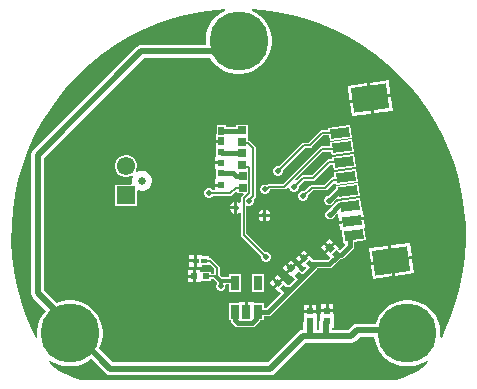
<source format=gtl>
G04*
G04 #@! TF.GenerationSoftware,Altium Limited,Altium Designer,24.1.2 (44)*
G04*
G04 Layer_Physical_Order=1*
G04 Layer_Color=255*
%FSLAX44Y44*%
%MOMM*%
G71*
G04*
G04 #@! TF.SameCoordinates,9C14B213-01B7-469D-91E1-2C6BB7E4D26A*
G04*
G04*
G04 #@! TF.FilePolarity,Positive*
G04*
G01*
G75*
%ADD14R,0.5200X0.5200*%
%ADD15R,0.5500X0.6000*%
G04:AMPARAMS|DCode=16|XSize=0.6mm|YSize=0.55mm|CornerRadius=0mm|HoleSize=0mm|Usage=FLASHONLY|Rotation=135.000|XOffset=0mm|YOffset=0mm|HoleType=Round|Shape=Rectangle|*
%AMROTATEDRECTD16*
4,1,4,0.4066,-0.0177,0.0177,-0.4066,-0.4066,0.0177,-0.0177,0.4066,0.4066,-0.0177,0.0*
%
%ADD16ROTATEDRECTD16*%

G04:AMPARAMS|DCode=17|XSize=3mm|YSize=2.1mm|CornerRadius=0mm|HoleSize=0mm|Usage=FLASHONLY|Rotation=187.500|XOffset=0mm|YOffset=0mm|HoleType=Round|Shape=Rectangle|*
%AMROTATEDRECTD17*
4,1,4,1.3501,1.2368,1.6242,-0.8452,-1.3501,-1.2368,-1.6242,0.8452,1.3501,1.2368,0.0*
%
%ADD17ROTATEDRECTD17*%

G04:AMPARAMS|DCode=18|XSize=1.6mm|YSize=0.8mm|CornerRadius=0mm|HoleSize=0mm|Usage=FLASHONLY|Rotation=187.500|XOffset=0mm|YOffset=0mm|HoleType=Round|Shape=Rectangle|*
%AMROTATEDRECTD18*
4,1,4,0.7410,0.5010,0.8454,-0.2922,-0.7410,-0.5010,-0.8454,0.2922,0.7410,0.5010,0.0*
%
%ADD18ROTATEDRECTD18*%

%ADD19R,0.6000X0.5000*%
%ADD20R,0.6725X0.6682*%
%ADD21R,0.5000X0.5000*%
%ADD22R,0.5000X0.7000*%
G04:AMPARAMS|DCode=23|XSize=0.5541mm|YSize=0.4627mm|CornerRadius=0mm|HoleSize=0mm|Usage=FLASHONLY|Rotation=135.000|XOffset=0mm|YOffset=0mm|HoleType=Round|Shape=Rectangle|*
%AMROTATEDRECTD23*
4,1,4,0.3595,-0.0323,0.0323,-0.3595,-0.3595,0.0323,-0.0323,0.3595,0.3595,-0.0323,0.0*
%
%ADD23ROTATEDRECTD23*%

%ADD24R,0.5000X0.5000*%
%ADD25R,0.5541X0.4627*%
%ADD26P,0.7071X4X180.0*%
%ADD27R,0.7000X1.1500*%
%ADD38C,0.5080*%
%ADD39C,0.1524*%
%ADD40C,0.3810*%
%ADD41C,0.3000*%
%ADD42C,5.0000*%
%ADD43R,1.5500X1.5500*%
%ADD44C,1.5500*%
%ADD45C,0.6500*%
%ADD46C,0.5080*%
G36*
X19518Y191439D02*
X32432Y189678D01*
X45196Y187048D01*
X57753Y183560D01*
X70045Y179230D01*
X82016Y174078D01*
X93610Y168127D01*
X104775Y161406D01*
X115460Y153944D01*
X125615Y145775D01*
X135194Y136939D01*
X144153Y127474D01*
X152451Y117424D01*
X160049Y106836D01*
X166913Y95758D01*
X173012Y84241D01*
X178317Y72337D01*
X182805Y60101D01*
X186453Y47590D01*
X189247Y34861D01*
X191173Y21971D01*
X192221Y8981D01*
X192388Y-4050D01*
X191673Y-17063D01*
X190079Y-29997D01*
X187612Y-42794D01*
X184285Y-55395D01*
X180113Y-67741D01*
X175115Y-79777D01*
X171947Y-86151D01*
X170723Y-85759D01*
X170890Y-84704D01*
Y-80296D01*
X170201Y-75943D01*
X168839Y-71752D01*
X166838Y-67825D01*
X164247Y-64259D01*
X161131Y-61143D01*
X157565Y-58552D01*
X153638Y-56551D01*
X149447Y-55189D01*
X145094Y-54500D01*
X140686D01*
X136333Y-55189D01*
X132142Y-56551D01*
X128215Y-58552D01*
X124649Y-61143D01*
X121533Y-64259D01*
X118942Y-67825D01*
X116941Y-71752D01*
X116097Y-74352D01*
X100346D01*
X100346Y-74352D01*
X98184Y-74781D01*
X96351Y-76006D01*
X96351Y-76006D01*
X93006Y-79352D01*
X79378D01*
Y-77750D01*
X80750D01*
Y-65750D01*
X80290D01*
Y-64520D01*
X69710D01*
Y-65750D01*
X69250D01*
Y-69793D01*
X68511Y-70898D01*
X68081Y-73060D01*
X68081Y-73060D01*
Y-79352D01*
X66040D01*
Y-77295D01*
X66216D01*
Y-66095D01*
X65756D01*
Y-64965D01*
X60616D01*
X55476D01*
Y-66095D01*
X55016D01*
Y-71967D01*
X54743Y-73338D01*
Y-79352D01*
X54496D01*
X52335Y-79781D01*
X50502Y-81006D01*
X50502Y-81006D01*
X24657Y-106852D01*
X-106224D01*
X-117916Y-95160D01*
X-116941Y-93248D01*
X-115580Y-89057D01*
X-114890Y-84704D01*
Y-80296D01*
X-115580Y-75943D01*
X-116941Y-71752D01*
X-118942Y-67825D01*
X-121533Y-64259D01*
X-124649Y-61143D01*
X-128215Y-58552D01*
X-132142Y-56551D01*
X-136333Y-55189D01*
X-140686Y-54500D01*
X-145094D01*
X-149447Y-55189D01*
X-153638Y-56551D01*
X-153894Y-56682D01*
X-164352Y-46224D01*
Y66166D01*
X-79956Y150562D01*
X-24068D01*
X-23948Y150325D01*
X-21357Y146759D01*
X-18241Y143643D01*
X-14675Y141052D01*
X-10748Y139051D01*
X-6557Y137690D01*
X-2204Y137000D01*
X2204D01*
X6557Y137690D01*
X10748Y139051D01*
X14675Y141052D01*
X18241Y143643D01*
X21357Y146759D01*
X23948Y150325D01*
X25949Y154252D01*
X27311Y158443D01*
X28000Y162796D01*
Y167204D01*
X27311Y171557D01*
X25949Y175748D01*
X23948Y179675D01*
X21357Y183241D01*
X18241Y186357D01*
X14675Y188948D01*
X11174Y190732D01*
X11519Y191981D01*
X19518Y191439D01*
D02*
G37*
G36*
X-11174Y190732D02*
X-14675Y188948D01*
X-18241Y186357D01*
X-21357Y183241D01*
X-23948Y179675D01*
X-25949Y175748D01*
X-27311Y171557D01*
X-28000Y167204D01*
Y162796D01*
X-28801Y161859D01*
X-82296D01*
X-84458Y161429D01*
X-86290Y160204D01*
X-86290Y160204D01*
X-173994Y72500D01*
X-175219Y70668D01*
X-175648Y68506D01*
X-175648Y68506D01*
Y-48564D01*
X-175648Y-48564D01*
X-175219Y-50726D01*
X-173994Y-52558D01*
X-163270Y-63282D01*
X-164247Y-64259D01*
X-166838Y-67825D01*
X-168839Y-71752D01*
X-170201Y-75943D01*
X-170890Y-80296D01*
Y-84704D01*
X-170723Y-85760D01*
X-171947Y-86151D01*
X-175115Y-79777D01*
X-180113Y-67741D01*
X-184285Y-55395D01*
X-187612Y-42794D01*
X-190079Y-29997D01*
X-191673Y-17063D01*
X-192388Y-4050D01*
X-192221Y8981D01*
X-191173Y21971D01*
X-189247Y34861D01*
X-186453Y47590D01*
X-182805Y60101D01*
X-178317Y72337D01*
X-173012Y84241D01*
X-166914Y95758D01*
X-160049Y106836D01*
X-152451Y117424D01*
X-144153Y127474D01*
X-135194Y136939D01*
X-125616Y145775D01*
X-115461Y153943D01*
X-104776Y161406D01*
X-93610Y168127D01*
X-82016Y174078D01*
X-70045Y179230D01*
X-57753Y183560D01*
X-45196Y187048D01*
X-32432Y189678D01*
X-19518Y191439D01*
X-11519Y191981D01*
X-11174Y190732D01*
D02*
G37*
G36*
X115580Y-89057D02*
X116941Y-93248D01*
X118942Y-97175D01*
X121533Y-100741D01*
X124649Y-103857D01*
X128215Y-106448D01*
X132142Y-108449D01*
X136333Y-109810D01*
X140686Y-110500D01*
X145094D01*
X149447Y-109810D01*
X153638Y-108449D01*
X157565Y-106448D01*
X159712Y-104888D01*
X160638Y-105785D01*
X159305Y-107746D01*
X158177Y-108943D01*
X155100Y-111678D01*
X151794Y-114130D01*
X148285Y-116282D01*
X144599Y-118116D01*
X140766Y-119617D01*
X136817Y-120774D01*
X132779Y-121579D01*
X131013Y-121771D01*
X101043Y-121771D01*
X-131013Y-121771D01*
X-132780Y-121579D01*
X-136816Y-120774D01*
X-140767Y-119617D01*
X-144600Y-118115D01*
X-148285Y-116282D01*
X-151794Y-114130D01*
X-155100Y-111678D01*
X-158177Y-108943D01*
X-159305Y-107746D01*
X-160638Y-105785D01*
X-159712Y-104888D01*
X-157565Y-106448D01*
X-153638Y-108449D01*
X-149447Y-109810D01*
X-145094Y-110500D01*
X-140686D01*
X-136333Y-109810D01*
X-132142Y-108449D01*
X-128215Y-106448D01*
X-124965Y-104087D01*
X-112558Y-116494D01*
X-112558Y-116494D01*
X-110726Y-117719D01*
X-108564Y-118149D01*
X-108564Y-118148D01*
X26996D01*
X26996Y-118149D01*
X29158Y-117719D01*
X30990Y-116494D01*
X56836Y-90648D01*
X95346D01*
X95346Y-90649D01*
X97507Y-90219D01*
X99340Y-88994D01*
X102685Y-85648D01*
X115040D01*
X115580Y-89057D01*
D02*
G37*
%LPC*%
G36*
X126996Y131635D02*
X110865Y129511D01*
X112401Y117842D01*
X128532Y119965D01*
X126996Y131635D01*
D02*
G37*
G36*
X108347Y129179D02*
X92216Y127056D01*
X93752Y115386D01*
X109883Y117510D01*
X108347Y129179D01*
D02*
G37*
G36*
X128864Y117447D02*
X112733Y115323D01*
X114269Y103654D01*
X130400Y105778D01*
X128864Y117447D01*
D02*
G37*
G36*
X110214Y114992D02*
X94084Y112868D01*
X95620Y101199D01*
X111751Y103322D01*
X110214Y114992D01*
D02*
G37*
G36*
X7934Y94214D02*
X-1838D01*
Y92578D01*
X-10454D01*
Y94106D01*
X-18502D01*
Y86122D01*
X-19518D01*
Y81352D01*
X-14478D01*
Y78812D01*
X-19518D01*
Y74042D01*
X-19002D01*
Y66872D01*
X-20018D01*
Y63102D01*
X-14478D01*
Y60562D01*
X-20018D01*
Y56792D01*
X-19010D01*
Y48982D01*
X-19816Y48046D01*
X-20026D01*
Y44276D01*
X-14986D01*
Y41736D01*
X-20026D01*
Y38653D01*
X-21729D01*
X-22844Y39767D01*
X-24338Y40386D01*
X-25954D01*
X-27448Y39767D01*
X-28591Y38624D01*
X-29210Y37130D01*
Y35514D01*
X-28591Y34020D01*
X-27448Y32877D01*
X-25954Y32258D01*
X-24338D01*
X-22844Y32877D01*
X-21729Y33991D01*
X-6977D01*
X-6085Y34169D01*
X-5329Y34674D01*
X-2600Y37402D01*
X-1330Y36876D01*
Y36088D01*
X3733D01*
X4219Y34914D01*
X2670Y33365D01*
X2165Y32609D01*
X1987Y31717D01*
Y28543D01*
X717Y28017D01*
X552Y28183D01*
X-1056Y28849D01*
Y23876D01*
Y18903D01*
X552Y19569D01*
X717Y19735D01*
X1987Y19209D01*
Y1016D01*
X2165Y124D01*
X2670Y-632D01*
X19304Y-17266D01*
Y-18842D01*
X19923Y-20336D01*
X21066Y-21479D01*
X22560Y-22098D01*
X24176D01*
X25670Y-21479D01*
X26813Y-20336D01*
X27432Y-18842D01*
Y-17226D01*
X26813Y-15732D01*
X25670Y-14589D01*
X24176Y-13970D01*
X22600D01*
X6649Y1981D01*
Y24978D01*
X7919Y25827D01*
X8336Y25654D01*
X9952D01*
X11446Y26273D01*
X12589Y27416D01*
X13208Y28910D01*
Y30526D01*
X12938Y31178D01*
X13901Y32141D01*
X14406Y32897D01*
X14583Y33789D01*
Y74074D01*
X14406Y74965D01*
X13901Y75722D01*
X9452Y80170D01*
X8696Y80676D01*
X7934Y80827D01*
Y84171D01*
X7934D01*
Y84485D01*
X7934D01*
Y94214D01*
D02*
G37*
G36*
X94606Y94069D02*
X75721Y91583D01*
X75846Y90635D01*
X75008Y89680D01*
X70840D01*
X69948Y89503D01*
X69191Y88998D01*
X59233Y79039D01*
X55372D01*
X54480Y78861D01*
X53724Y78356D01*
X34266Y58898D01*
X32690D01*
X31196Y58280D01*
X30053Y57136D01*
X29434Y55643D01*
Y54026D01*
X30053Y52532D01*
X31196Y51389D01*
X32690Y50770D01*
X34307D01*
X35800Y51389D01*
X36944Y52532D01*
X37562Y54026D01*
Y55602D01*
X56337Y74377D01*
X60198D01*
X61090Y74555D01*
X61846Y75060D01*
X71805Y85019D01*
X76585D01*
X77163Y80630D01*
X96048Y83116D01*
X94606Y94069D01*
D02*
G37*
G36*
X96237Y81676D02*
X77352Y79190D01*
X77648Y76946D01*
X76811Y75991D01*
X70360D01*
X69468Y75813D01*
X68712Y75308D01*
X37390Y43987D01*
X25600D01*
X24708Y43809D01*
X23952Y43304D01*
X23812Y43164D01*
X23160Y43434D01*
X21544D01*
X20050Y42815D01*
X18907Y41672D01*
X18288Y40178D01*
Y38562D01*
X18907Y37068D01*
X20050Y35925D01*
X21544Y35306D01*
X23160D01*
X24654Y35925D01*
X25797Y37068D01*
X26416Y38562D01*
Y39176D01*
X26566Y39325D01*
X38356D01*
X39248Y39503D01*
X40004Y40008D01*
X41499Y41503D01*
X42769Y40977D01*
Y40691D01*
X43388Y39197D01*
X44531Y38054D01*
X46025Y37435D01*
X47642D01*
X49135Y38054D01*
X50279Y39197D01*
X50897Y40691D01*
Y42267D01*
X55321Y46691D01*
X63400D01*
X64291Y46869D01*
X65048Y47374D01*
X77906Y60233D01*
X79848D01*
X80426Y55844D01*
X99311Y58330D01*
X97869Y69283D01*
X78984Y66797D01*
X79109Y65849D01*
X78271Y64894D01*
X76941D01*
X76049Y64717D01*
X75293Y64212D01*
X62434Y51353D01*
X54356D01*
X53464Y51175D01*
X52708Y50670D01*
X48399Y46362D01*
X48194Y46402D01*
X47776Y47780D01*
X71325Y71329D01*
X78387D01*
X78795Y68237D01*
X97680Y70723D01*
X96237Y81676D01*
D02*
G37*
G36*
X99501Y56890D02*
X80616Y54404D01*
X81092Y50784D01*
X80255Y49829D01*
X79553D01*
X78661Y49651D01*
X77905Y49146D01*
X71984Y43225D01*
X61976D01*
X61084Y43047D01*
X60328Y42542D01*
X55475Y37689D01*
X53899D01*
X52405Y37071D01*
X51262Y35927D01*
X50643Y34434D01*
Y32817D01*
X51262Y31323D01*
X52405Y30180D01*
X53899Y29561D01*
X55516D01*
X57009Y30180D01*
X58153Y31323D01*
X58771Y32817D01*
Y34393D01*
X62941Y38563D01*
X72949D01*
X73841Y38741D01*
X74597Y39246D01*
X80519Y45167D01*
X81832D01*
X82058Y43450D01*
X100943Y45937D01*
X99501Y56890D01*
D02*
G37*
G36*
X-93967Y68510D02*
X-96409D01*
X-98768Y67878D01*
X-100882Y66657D01*
X-102609Y64930D01*
X-103830Y62816D01*
X-104462Y60457D01*
Y58015D01*
X-103830Y55656D01*
X-102609Y53542D01*
X-100882Y51815D01*
X-98768Y50594D01*
X-96409Y49962D01*
X-93967D01*
X-91608Y50594D01*
X-90514Y51226D01*
X-89585Y50296D01*
X-89739Y50029D01*
X-90320Y47859D01*
Y45613D01*
X-90027Y44518D01*
X-90800Y43510D01*
X-104462D01*
Y24962D01*
X-85914D01*
Y37945D01*
X-84644Y38668D01*
X-82911Y38204D01*
X-80665D01*
X-78495Y38785D01*
X-76549Y39909D01*
X-74961Y41497D01*
X-73837Y43443D01*
X-73256Y45613D01*
Y47859D01*
X-73837Y50029D01*
X-74961Y51975D01*
X-76549Y53563D01*
X-78495Y54687D01*
X-80665Y55268D01*
X-82911D01*
X-85081Y54687D01*
X-85919Y54203D01*
X-86848Y55133D01*
X-86546Y55656D01*
X-85914Y58015D01*
Y60457D01*
X-86546Y62816D01*
X-87767Y64930D01*
X-89494Y66657D01*
X-91608Y67878D01*
X-93967Y68510D01*
D02*
G37*
G36*
X101132Y44497D02*
X82247Y42011D01*
X82410Y40774D01*
X82386Y40757D01*
X75596Y33968D01*
X74225Y33400D01*
X73082Y32257D01*
X72463Y30763D01*
Y29147D01*
X73082Y27653D01*
X74225Y26510D01*
X75719Y25891D01*
X77336D01*
X78830Y26510D01*
X79973Y27653D01*
X80541Y29024D01*
X82857Y31340D01*
X83689Y31057D01*
Y31057D01*
X102574Y33544D01*
X101132Y44497D01*
D02*
G37*
G36*
X-3596Y28849D02*
X-5204Y28183D01*
X-6633Y26754D01*
X-7298Y25146D01*
X-3596D01*
Y28849D01*
D02*
G37*
G36*
Y22606D02*
X-7298D01*
X-6633Y20998D01*
X-5204Y19569D01*
X-3596Y18903D01*
Y22606D01*
D02*
G37*
G36*
X23198Y22256D02*
Y18553D01*
X26900D01*
X26234Y20161D01*
X24805Y21590D01*
X23198Y22256D01*
D02*
G37*
G36*
X20658D02*
X19050Y21590D01*
X17621Y20161D01*
X16955Y18553D01*
X20658D01*
Y22256D01*
D02*
G37*
G36*
X102764Y32104D02*
X83879Y29618D01*
X83944Y29123D01*
X83938Y29122D01*
X82803Y28364D01*
X76409Y21970D01*
X75039Y21402D01*
X73895Y20259D01*
X73277Y18766D01*
Y17149D01*
X73895Y15655D01*
X75039Y14512D01*
X76532Y13893D01*
X78149D01*
X79643Y14512D01*
X80786Y15655D01*
X81354Y17026D01*
X83588Y19261D01*
X83743Y19139D01*
X84370Y18099D01*
X85058Y12875D01*
X95508Y14250D01*
X105958Y15626D01*
X105448Y19504D01*
X105270Y20851D01*
X104183Y21326D01*
X104097Y21978D01*
X102764Y32104D01*
D02*
G37*
G36*
X26900Y16013D02*
X23198D01*
Y12311D01*
X24805Y12977D01*
X26234Y14406D01*
X26900Y16013D01*
D02*
G37*
G36*
X20658D02*
X16955D01*
X17621Y14406D01*
X19050Y12977D01*
X20658Y12311D01*
Y16013D01*
D02*
G37*
G36*
X76828Y-2291D02*
X73986Y-5133D01*
X77005Y-8153D01*
X79847Y-5310D01*
X76828Y-2291D01*
D02*
G37*
G36*
X106290Y13108D02*
X95840Y11732D01*
X85390Y10356D01*
X85900Y6479D01*
X86078Y5131D01*
X87165Y4656D01*
X87251Y4005D01*
X88584Y-6122D01*
X88722Y-6104D01*
X89965Y-7164D01*
X89985Y-7837D01*
X85461Y-12361D01*
X83944Y-10844D01*
X84663Y-10126D01*
X81643Y-7106D01*
X77903Y-10847D01*
X74162Y-14587D01*
X77182Y-17607D01*
X77155Y-18866D01*
X75421Y-20599D01*
X63198D01*
X62594Y-19408D01*
Y-19408D01*
X59737Y-16551D01*
X56305Y-19983D01*
X52873Y-23415D01*
X55730Y-26272D01*
X56448Y-25553D01*
X57764Y-26869D01*
X53860Y-30773D01*
X53482D01*
X51524Y-28815D01*
X51288Y-28579D01*
X51196Y-27347D01*
X51344Y-27199D01*
X48678Y-24533D01*
X45115Y-28096D01*
X41551Y-31660D01*
X44216Y-34326D01*
X44365Y-34178D01*
X45597Y-34270D01*
X45833Y-34506D01*
X47980Y-36653D01*
X43206Y-41427D01*
X40847D01*
X40242Y-40236D01*
Y-40236D01*
X37385Y-37379D01*
X33953Y-40811D01*
X30521Y-44243D01*
X33378Y-47100D01*
X34096Y-46381D01*
X36174Y-48459D01*
X23809Y-60824D01*
X21128D01*
Y-57046D01*
X12644D01*
Y-56030D01*
X7874D01*
Y-64320D01*
X5334D01*
Y-56030D01*
X564D01*
Y-57046D01*
X-7920D01*
Y-71594D01*
X-6327D01*
X-6126Y-72605D01*
X-5368Y-73739D01*
X-3136Y-75971D01*
X-2002Y-76729D01*
X-664Y-76995D01*
X11524D01*
X12862Y-76729D01*
X13996Y-75971D01*
X16981Y-72986D01*
X17739Y-71852D01*
X17790Y-71594D01*
X21128D01*
Y-67816D01*
X25258D01*
X26596Y-67550D01*
X27730Y-66792D01*
X47126Y-47396D01*
X57780Y-36742D01*
X57780Y-36742D01*
X66533Y-27989D01*
X66799Y-27592D01*
X76870D01*
X78208Y-27325D01*
X79342Y-26567D01*
X86277Y-19632D01*
X86630D01*
X87968Y-19366D01*
X89102Y-18608D01*
X96595Y-11115D01*
X97353Y-9981D01*
X97619Y-8643D01*
Y-4932D01*
X107469Y-3636D01*
X106136Y6491D01*
X106977Y7883D01*
X106977Y7883D01*
X106290Y13108D01*
D02*
G37*
G36*
X72189Y-6929D02*
X69347Y-9772D01*
X72366Y-12791D01*
X75209Y-9949D01*
X72189Y-6929D01*
D02*
G37*
G36*
X55084Y-11897D02*
X52550Y-14432D01*
X55407Y-17289D01*
X57941Y-14755D01*
X55084Y-11897D01*
D02*
G37*
G36*
X145074Y-5681D02*
X128943Y-7804D01*
X130479Y-19474D01*
X146610Y-17350D01*
X145074Y-5681D01*
D02*
G37*
G36*
X-37579Y-16228D02*
X-41620D01*
Y-19812D01*
X-37579D01*
Y-16228D01*
D02*
G37*
G36*
X50753Y-16228D02*
X48219Y-18762D01*
X51076Y-21619D01*
X53611Y-19085D01*
X50753Y-16228D01*
D02*
G37*
G36*
X126425Y-8136D02*
X110294Y-10259D01*
X111830Y-21929D01*
X127961Y-19805D01*
X126425Y-8136D01*
D02*
G37*
G36*
X44216Y-20071D02*
X41551Y-22737D01*
X44216Y-25402D01*
X46882Y-22737D01*
X44216Y-20071D01*
D02*
G37*
G36*
X-37579Y-22352D02*
X-41620D01*
Y-25936D01*
X-37579D01*
Y-22352D01*
D02*
G37*
G36*
X39755Y-24533D02*
X37089Y-27199D01*
X39755Y-29864D01*
X42421Y-27198D01*
X39755Y-24533D01*
D02*
G37*
G36*
X-30998Y-16228D02*
X-35039D01*
Y-21082D01*
Y-25936D01*
X-30998D01*
Y-24920D01*
X-24928D01*
Y-24920D01*
X-23658Y-24632D01*
X-20423Y-27868D01*
Y-31959D01*
X-23488D01*
Y-30266D01*
X-31202D01*
X-31536Y-30266D01*
X-32472Y-29460D01*
Y-29250D01*
X-36242D01*
Y-34290D01*
Y-39330D01*
X-32472D01*
Y-39120D01*
X-31536Y-38314D01*
X-31202Y-38314D01*
X-23488D01*
Y-36621D01*
X-20979D01*
X-20908Y-36727D01*
X-18322Y-39313D01*
Y-40009D01*
X-18684Y-40371D01*
X-19302Y-41865D01*
Y-43482D01*
X-18684Y-44975D01*
X-17540Y-46119D01*
X-16047Y-46737D01*
X-14430D01*
X-12936Y-46119D01*
X-11793Y-44975D01*
X-11174Y-43482D01*
Y-41865D01*
X-10676Y-41120D01*
X-7920D01*
Y-47094D01*
X2128D01*
Y-32546D01*
X-7920D01*
Y-34953D01*
X-13961D01*
X-15761Y-33153D01*
Y-26902D01*
X-15939Y-26010D01*
X-16444Y-25254D01*
X-22264Y-19434D01*
X-23020Y-18929D01*
X-23912Y-18751D01*
X-24928D01*
Y-17244D01*
X-30998D01*
Y-16228D01*
D02*
G37*
G36*
X-38782Y-29250D02*
X-42552D01*
Y-33020D01*
X-38782D01*
Y-29250D01*
D02*
G37*
G36*
X146942Y-19868D02*
X130811Y-21992D01*
X132347Y-33661D01*
X148478Y-31537D01*
X146942Y-19868D01*
D02*
G37*
G36*
X128293Y-22324D02*
X112162Y-24447D01*
X113698Y-36116D01*
X129829Y-33993D01*
X128293Y-22324D01*
D02*
G37*
G36*
X32732Y-32725D02*
X30198Y-35259D01*
X33055Y-38117D01*
X35589Y-35582D01*
X32732Y-32725D01*
D02*
G37*
G36*
X-38782Y-35560D02*
X-42552D01*
Y-39330D01*
X-38782D01*
Y-35560D01*
D02*
G37*
G36*
X28402Y-37056D02*
X25867Y-39590D01*
X28725Y-42447D01*
X31259Y-39913D01*
X28402Y-37056D01*
D02*
G37*
G36*
X21128Y-32546D02*
X11080D01*
Y-47094D01*
X21128D01*
Y-32546D01*
D02*
G37*
G36*
X80290Y-57710D02*
X76270D01*
Y-61980D01*
X80290D01*
Y-57710D01*
D02*
G37*
G36*
X73730D02*
X69710D01*
Y-61980D01*
X73730D01*
Y-57710D01*
D02*
G37*
G36*
X65756Y-58555D02*
X61886D01*
Y-62425D01*
X65756D01*
Y-58555D01*
D02*
G37*
G36*
X59346D02*
X55476D01*
Y-62425D01*
X59346D01*
Y-58555D01*
D02*
G37*
%LPD*%
D14*
X60616Y-71695D02*
D03*
Y-63696D02*
D03*
D15*
X75000Y-71750D02*
D03*
Y-63250D02*
D03*
D16*
X77005Y-9949D02*
D03*
X83015Y-15959D02*
D03*
D17*
X129386Y-20898D02*
D03*
X111308Y116417D02*
D03*
D18*
X97305Y598D02*
D03*
X95674Y12991D02*
D03*
X94042Y25384D02*
D03*
X92411Y37777D02*
D03*
X90779Y50170D02*
D03*
X89148Y62563D02*
D03*
X87516Y74956D02*
D03*
X85885Y87350D02*
D03*
D19*
X-14478Y61832D02*
D03*
Y70832D02*
D03*
D20*
X3048Y89349D02*
D03*
Y79307D02*
D03*
X3556Y50995D02*
D03*
Y40953D02*
D03*
X3302Y69791D02*
D03*
Y59749D02*
D03*
D21*
X-14986Y53006D02*
D03*
Y43006D02*
D03*
D22*
X-14478Y89082D02*
D03*
Y80082D02*
D03*
D23*
X33055Y-39913D02*
D03*
X38065Y-44923D02*
D03*
X55407Y-19085D02*
D03*
X60417Y-24095D02*
D03*
D24*
X-37512Y-34290D02*
D03*
X-27512D02*
D03*
D25*
X-36309Y-21082D02*
D03*
X-29223D02*
D03*
D26*
X44216Y-27199D02*
D03*
X51287Y-34269D02*
D03*
D27*
X-2896Y-64320D02*
D03*
X6604D02*
D03*
X16104D02*
D03*
Y-39820D02*
D03*
X-2896D02*
D03*
D38*
X73730Y-73060D02*
X75000Y-71790D01*
X73730Y-85000D02*
Y-73060D01*
X60392Y-85000D02*
X73730D01*
X60392D02*
Y-73338D01*
X73730Y-85000D02*
X95346D01*
X54496D02*
X60392D01*
X95346D02*
X100346Y-80000D01*
X26996Y-112500D02*
X54496Y-85000D01*
X100346Y-80000D02*
X147500D01*
X-170000Y68506D02*
X-82296Y156210D01*
X-170000Y-48564D02*
Y68506D01*
Y-48564D02*
X-138564Y-80000D01*
X-108564Y-112500D02*
X26996D01*
X-138564Y-82500D02*
X-108564Y-112500D01*
X147500Y-80000D02*
X155000Y-87500D01*
X-142890Y-82500D02*
X-141454D01*
X-82296Y156210D02*
X-3790D01*
X0Y160000D01*
D39*
X74946Y-71695D02*
X75000Y-71750D01*
X54496Y-85000D02*
Y-83240D01*
X60392Y-85000D02*
X60616Y-84776D01*
X38356Y41656D02*
X70360Y73660D01*
X25600Y41656D02*
X38356D01*
X22352Y39370D02*
X23314D01*
X25600Y41656D01*
X70840Y87350D02*
X85885D01*
X60198Y76708D02*
X70840Y87350D01*
X55372Y76708D02*
X60198D01*
X33498Y54834D02*
X55372Y76708D01*
X46833Y41499D02*
X54356Y49022D01*
X54707Y33625D02*
X61976Y40894D01*
X54356Y49022D02*
X63400D01*
X76941Y62563D01*
X89148D01*
X70360Y73660D02*
X86220D01*
X87516Y74956D01*
X61976Y40894D02*
X72949D01*
X79553Y47498D01*
X88107D01*
X90779Y50170D01*
X-18985Y-34290D02*
X-18092Y-33397D01*
Y-26902D01*
X-23912Y-21082D02*
X-18092Y-26902D01*
X-29223Y-21082D02*
X-23912D01*
X-27512Y-34290D02*
X-18985D01*
X3832Y78522D02*
X7804D01*
X12252Y74074D01*
X3048Y79307D02*
X3832Y78522D01*
X12252Y33789D02*
Y74074D01*
X3302Y59749D02*
X4306Y58744D01*
X9204Y36603D02*
Y57598D01*
X8058Y58744D02*
X9204Y57598D01*
X4306Y58744D02*
X8058D01*
X-18985Y-34290D02*
X-18728Y-34547D01*
X-6977Y36322D02*
X-2346Y40953D01*
X-25146Y36322D02*
X-6977D01*
X-2346Y40953D02*
X3556D01*
X4318Y1016D02*
X23368Y-18034D01*
X4318Y1016D02*
Y31717D01*
X9204Y36603D01*
X9144Y29718D02*
Y30680D01*
X12252Y33789D01*
D40*
X64061Y-24095D02*
X76870D01*
X86630Y-16136D02*
X94123Y-8643D01*
X83192Y-16136D02*
X86630D01*
X76870Y-24095D02*
X84201Y-16764D01*
X83015Y-15959D02*
X83192Y-16136D01*
X97228Y598D02*
X97305D01*
X94123Y-2507D02*
X97228Y598D01*
X94123Y-8643D02*
Y-2507D01*
X76528Y29955D02*
X84858Y38285D01*
X91903D01*
X92411Y37777D01*
X77341Y17957D02*
X85276Y25892D01*
X93534D01*
X94042Y25384D01*
X-14478Y70832D02*
X-14186Y70540D01*
X-13228D01*
X2553D02*
X3302Y69791D01*
X-13228Y70540D02*
X2553D01*
X44654Y-44923D02*
X55308Y-34269D01*
X64061Y-25517D01*
X38065Y-44923D02*
X44654D01*
X25258Y-64320D02*
X44654Y-44923D01*
X60417Y-24095D02*
X64061D01*
X51287Y-34269D02*
X55308D01*
X14509Y-65915D02*
X16104Y-64320D01*
X14509Y-70514D02*
Y-65915D01*
X11524Y-73499D02*
X14509Y-70514D01*
X-664Y-73499D02*
X11524D01*
X-2896Y-71267D02*
X-664Y-73499D01*
X-2896Y-71267D02*
Y-64320D01*
X16104D02*
X25258D01*
X-2346Y50995D02*
X3556D01*
X-14986Y53006D02*
X-4357D01*
X-2346Y50995D01*
X2781Y89082D02*
X3048Y89349D01*
X-14478Y89082D02*
X2781D01*
D41*
X-15238Y-38036D02*
X-4680D01*
X-2896Y-39820D01*
X-15238Y-42673D02*
Y-38036D01*
X-18728Y-34547D02*
X-15238Y-38036D01*
D42*
X-142890Y-82500D02*
D03*
X142890D02*
D03*
X0Y165000D02*
D03*
D43*
X-95188Y34236D02*
D03*
D44*
Y59236D02*
D03*
D45*
X-81788Y46736D02*
D03*
D46*
X76528Y29955D02*
D03*
X77341Y17957D02*
D03*
X-25146Y36322D02*
D03*
X9144Y29718D02*
D03*
X-2326Y23876D02*
D03*
X23368Y-18034D02*
D03*
X21928Y17283D02*
D03*
X22352Y39370D02*
D03*
X-15238Y-42673D02*
D03*
X33498Y54834D02*
D03*
X46833Y41499D02*
D03*
X54707Y33625D02*
D03*
M02*

</source>
